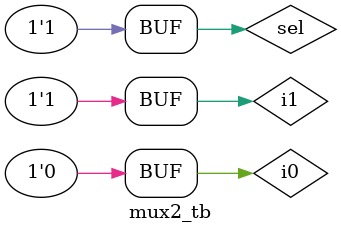
<source format=v>
module mux2_1(input sel,i1,i0,output y);
  assign y=sel?i1:i0;
endmodule
//testbench
module mux2_tb;
  reg i0,i1,sel;
  wire y;
  mux2_1 mux(.i0(i0),.i1(i1),.sel(sel),.y(y));
  initial begin
    $monitor("time:%t i0=%b i1=%b sel=%b y=%b",$time,i0,i1,sel,y);
    $dumpfile("dump.vcd");
    $dumpvars(1);
    i0=0;
    i1=1;
    sel=0;
    #1;
    sel=1;
    #1;
  end
endmodule

</source>
